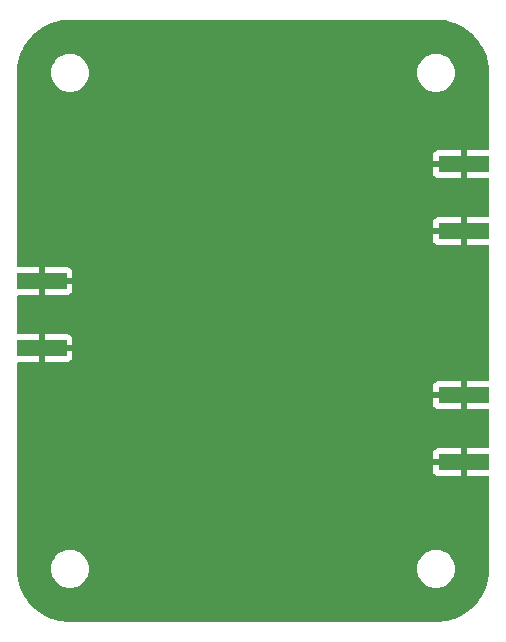
<source format=gbr>
G04 #@! TF.GenerationSoftware,KiCad,Pcbnew,(6.0.4)*
G04 #@! TF.CreationDate,2022-07-08T01:04:45-04:00*
G04 #@! TF.ProjectId,power_divider,706f7765-725f-4646-9976-696465722e6b,Version 2*
G04 #@! TF.SameCoordinates,Original*
G04 #@! TF.FileFunction,Copper,L4,Bot*
G04 #@! TF.FilePolarity,Positive*
%FSLAX46Y46*%
G04 Gerber Fmt 4.6, Leading zero omitted, Abs format (unit mm)*
G04 Created by KiCad (PCBNEW (6.0.4)) date 2022-07-08 01:04:45*
%MOMM*%
%LPD*%
G01*
G04 APERTURE LIST*
G04 #@! TA.AperFunction,SMDPad,CuDef*
%ADD10R,4.200000X1.350000*%
G04 #@! TD*
G04 #@! TA.AperFunction,ViaPad*
%ADD11C,0.800000*%
G04 #@! TD*
G04 APERTURE END LIST*
D10*
G04 #@! TO.P,J3,2,Ext*
G04 #@! TO.N,GND*
X153325500Y-89947000D03*
X153325500Y-84297000D03*
G04 #@! TD*
G04 #@! TO.P,J1,2,Ext*
G04 #@! TO.N,GND*
X117602000Y-80295000D03*
X117602000Y-74645000D03*
G04 #@! TD*
G04 #@! TO.P,J2,2,Ext*
G04 #@! TO.N,GND*
X153325500Y-64739000D03*
X153325500Y-70389000D03*
G04 #@! TD*
D11*
G04 #@! TO.N,GND*
X135992859Y-65997532D03*
X128990392Y-70999294D03*
X128988982Y-87988982D03*
X149985698Y-83991097D03*
X149999999Y-91993829D03*
X145994601Y-81995548D03*
X132715000Y-79121000D03*
X147999294Y-91993829D03*
X120991318Y-81986866D03*
X137994359Y-75993124D03*
X137993564Y-63996827D03*
X145994601Y-77981247D03*
X129990744Y-63996827D03*
X149998589Y-73999294D03*
X149997795Y-63996827D03*
X130991097Y-70999294D03*
X116984751Y-81986866D03*
X141984661Y-64007140D03*
X126999999Y-72999999D03*
X129000000Y-86000000D03*
X133985588Y-87988982D03*
X131991449Y-65997532D03*
X129990744Y-67998237D03*
X120991318Y-79991318D03*
X137993564Y-65997532D03*
X137994359Y-73999294D03*
X133992154Y-65997532D03*
X145997179Y-71998589D03*
X140000000Y-70000000D03*
X153993124Y-73999294D03*
X126999999Y-68998589D03*
X130999999Y-87988982D03*
X143995679Y-61996122D03*
X150000000Y-90000000D03*
X154000000Y-80000000D03*
X135993654Y-73999294D03*
X126993433Y-81986866D03*
X144000000Y-70000000D03*
X147990150Y-79999999D03*
X149998589Y-71998589D03*
X143999053Y-77981247D03*
X137995769Y-89993124D03*
X118995769Y-85993433D03*
X124997884Y-83997884D03*
X153976795Y-77981247D03*
X133994359Y-89993124D03*
X153999205Y-61996122D03*
X141980300Y-81995548D03*
X133994359Y-91993829D03*
X151981247Y-79999999D03*
X139996474Y-91993829D03*
X151993829Y-91993829D03*
X146000000Y-70000000D03*
X135993654Y-79999999D03*
X143999053Y-83991097D03*
X142009520Y-73999294D03*
X153993124Y-75993124D03*
X143996474Y-75993124D03*
X124999294Y-70999294D03*
X149998589Y-75993124D03*
X124997884Y-79991318D03*
X128990392Y-68998589D03*
X118997179Y-70999294D03*
X141980300Y-83991097D03*
X149985698Y-81995548D03*
X116984751Y-85993433D03*
X149985698Y-77981247D03*
X118995769Y-83997884D03*
X132715000Y-75819000D03*
X136000000Y-78000000D03*
X145994601Y-83991097D03*
X143999053Y-81995548D03*
X139984751Y-81995548D03*
X147990150Y-77981247D03*
X122986866Y-81986866D03*
X128988982Y-83997884D03*
X120991318Y-83997884D03*
X130999999Y-83997884D03*
X147997884Y-71998589D03*
X122986866Y-85993433D03*
X143995679Y-63996827D03*
X116984751Y-83997884D03*
X139984751Y-77981247D03*
X149997795Y-61996122D03*
X126993433Y-79991318D03*
X131991449Y-63996827D03*
X139984751Y-83991097D03*
X120997884Y-70999294D03*
X145996384Y-61996122D03*
X120997884Y-68998589D03*
X131064000Y-77470000D03*
X137995769Y-91993829D03*
X143996474Y-73999294D03*
X147997884Y-75993124D03*
X139995064Y-73999294D03*
X142000000Y-70000000D03*
X141995769Y-75993124D03*
X136000000Y-76000000D03*
X136986645Y-87988982D03*
X137989203Y-79999999D03*
X141980300Y-79999999D03*
X151981247Y-77981247D03*
X145997179Y-75993124D03*
X135995064Y-91993829D03*
X118997179Y-68998589D03*
X145997179Y-73999294D03*
X118995769Y-81986866D03*
X130996739Y-91993829D03*
X151999294Y-73999294D03*
X141995769Y-71998589D03*
X139984751Y-79999999D03*
X122998589Y-68998589D03*
X122986866Y-83997884D03*
X153994534Y-91993829D03*
X139995064Y-71998589D03*
X147990150Y-81995548D03*
X139994269Y-63996827D03*
X139996474Y-89993124D03*
X139995064Y-75993124D03*
X143999053Y-79999999D03*
X147997884Y-73999294D03*
X129002909Y-89986249D03*
X124997884Y-85993433D03*
X145994601Y-79999999D03*
X122998589Y-70999294D03*
X124999294Y-72999999D03*
X126999999Y-70999294D03*
X135000000Y-82000000D03*
X124997884Y-81986866D03*
X126993433Y-85993433D03*
X137989203Y-83991097D03*
X135992859Y-63996827D03*
X141997179Y-91993829D03*
X130996739Y-89993124D03*
X133992154Y-63996827D03*
X138000000Y-78000000D03*
X120991318Y-85993433D03*
X135995064Y-89993124D03*
X129990744Y-65997532D03*
X141980300Y-77981247D03*
X143996474Y-71998589D03*
X149998589Y-69997884D03*
X116996474Y-70999294D03*
X124999294Y-68998589D03*
X151999294Y-75993124D03*
X116996474Y-68998589D03*
X149985698Y-79999999D03*
X143997884Y-91993829D03*
X143997884Y-89993124D03*
X151998500Y-61996122D03*
X147997090Y-61996122D03*
X126993433Y-83997884D03*
X145998589Y-91993829D03*
G04 #@! TD*
G04 #@! TA.AperFunction,Conductor*
G04 #@! TO.N,GND*
G36*
X151002747Y-52500620D02*
G01*
X151194211Y-52508980D01*
X151194424Y-52508989D01*
X151392780Y-52518159D01*
X151403406Y-52519103D01*
X151600936Y-52545108D01*
X151601846Y-52545231D01*
X151793539Y-52571971D01*
X151803396Y-52573749D01*
X151998804Y-52617070D01*
X152000380Y-52617430D01*
X152066709Y-52633030D01*
X152187815Y-52661514D01*
X152196827Y-52663991D01*
X152388135Y-52724310D01*
X152390243Y-52724996D01*
X152451557Y-52745546D01*
X152572400Y-52786049D01*
X152580576Y-52789108D01*
X152766106Y-52865957D01*
X152768782Y-52867102D01*
X152944261Y-52944583D01*
X152951547Y-52948084D01*
X153129766Y-53040859D01*
X153132874Y-53042532D01*
X153300403Y-53135845D01*
X153306746Y-53139629D01*
X153476259Y-53247620D01*
X153479766Y-53249937D01*
X153637873Y-53358242D01*
X153637874Y-53358243D01*
X153643371Y-53362231D01*
X153802833Y-53484591D01*
X153806624Y-53487617D01*
X153954046Y-53610035D01*
X153958675Y-53614074D01*
X154106871Y-53749870D01*
X154110842Y-53753672D01*
X154246328Y-53889158D01*
X154250130Y-53893129D01*
X154385926Y-54041325D01*
X154389965Y-54045954D01*
X154512383Y-54193376D01*
X154515409Y-54197167D01*
X154637769Y-54356629D01*
X154641757Y-54362126D01*
X154750063Y-54520234D01*
X154752380Y-54523741D01*
X154860365Y-54693243D01*
X154864155Y-54699597D01*
X154957468Y-54867126D01*
X154959141Y-54870234D01*
X155051916Y-55048453D01*
X155055417Y-55055739D01*
X155132898Y-55231218D01*
X155134043Y-55233894D01*
X155210892Y-55419424D01*
X155213951Y-55427600D01*
X155274975Y-55609668D01*
X155274997Y-55609735D01*
X155275690Y-55611865D01*
X155336008Y-55803171D01*
X155338486Y-55812185D01*
X155350666Y-55863972D01*
X155382570Y-55999620D01*
X155382930Y-56001196D01*
X155426251Y-56196604D01*
X155428030Y-56206467D01*
X155454762Y-56398102D01*
X155454892Y-56399064D01*
X155480897Y-56596594D01*
X155481841Y-56607221D01*
X155491009Y-56805522D01*
X155491023Y-56805845D01*
X155499380Y-56997253D01*
X155499500Y-57002749D01*
X155499500Y-63430000D01*
X155479498Y-63498121D01*
X155425842Y-63544614D01*
X155373500Y-63556000D01*
X153597615Y-63556000D01*
X153582376Y-63560475D01*
X153581171Y-63561865D01*
X153579500Y-63569548D01*
X153579500Y-65903884D01*
X153583975Y-65919123D01*
X153585365Y-65920328D01*
X153593048Y-65921999D01*
X155373500Y-65921999D01*
X155441621Y-65942001D01*
X155488114Y-65995657D01*
X155499500Y-66047999D01*
X155499499Y-69080000D01*
X155479497Y-69148121D01*
X155425841Y-69194614D01*
X155373499Y-69206000D01*
X153597615Y-69206000D01*
X153582376Y-69210475D01*
X153581171Y-69211865D01*
X153579500Y-69219548D01*
X153579500Y-71553884D01*
X153583975Y-71569123D01*
X153585365Y-71570328D01*
X153593048Y-71571999D01*
X155373499Y-71571999D01*
X155441620Y-71592001D01*
X155488113Y-71645657D01*
X155499499Y-71697999D01*
X155499499Y-82988000D01*
X155479497Y-83056121D01*
X155425841Y-83102614D01*
X155373499Y-83114000D01*
X153597615Y-83114000D01*
X153582376Y-83118475D01*
X153581171Y-83119865D01*
X153579500Y-83127548D01*
X153579500Y-85461884D01*
X153583975Y-85477123D01*
X153585365Y-85478328D01*
X153593048Y-85479999D01*
X155373499Y-85479999D01*
X155441620Y-85500001D01*
X155488113Y-85553657D01*
X155499499Y-85605999D01*
X155499498Y-88638000D01*
X155479496Y-88706121D01*
X155425840Y-88752614D01*
X155373498Y-88764000D01*
X153597615Y-88764000D01*
X153582376Y-88768475D01*
X153581171Y-88769865D01*
X153579500Y-88777548D01*
X153579500Y-91111884D01*
X153583975Y-91127123D01*
X153585365Y-91128328D01*
X153593048Y-91129999D01*
X155373498Y-91129999D01*
X155441619Y-91150001D01*
X155488112Y-91203657D01*
X155499498Y-91255999D01*
X155499498Y-98997297D01*
X155499378Y-99002793D01*
X155491023Y-99194155D01*
X155491009Y-99194478D01*
X155481841Y-99392779D01*
X155480897Y-99403406D01*
X155454892Y-99600936D01*
X155454762Y-99601898D01*
X155428030Y-99793533D01*
X155426251Y-99803397D01*
X155382917Y-99998861D01*
X155382557Y-100000436D01*
X155338493Y-100187787D01*
X155336009Y-100196827D01*
X155275677Y-100388177D01*
X155275676Y-100388179D01*
X155274987Y-100390298D01*
X155213958Y-100572385D01*
X155210902Y-100580554D01*
X155205975Y-100592449D01*
X155134030Y-100766139D01*
X155132892Y-100768799D01*
X155055414Y-100944268D01*
X155051928Y-100951524D01*
X155003993Y-101043607D01*
X154959142Y-101129764D01*
X154957456Y-101132895D01*
X154864176Y-101300366D01*
X154860368Y-101306751D01*
X154752339Y-101476324D01*
X154750048Y-101479789D01*
X154641758Y-101637872D01*
X154637801Y-101643328D01*
X154515363Y-101802893D01*
X154512392Y-101806615D01*
X154389982Y-101954028D01*
X154389980Y-101954030D01*
X154385941Y-101958659D01*
X154250108Y-102106895D01*
X154246306Y-102110866D01*
X154110866Y-102246306D01*
X154106895Y-102250108D01*
X153958659Y-102385941D01*
X153954033Y-102389977D01*
X153806615Y-102512392D01*
X153802893Y-102515363D01*
X153643328Y-102637801D01*
X153637872Y-102641758D01*
X153479789Y-102750048D01*
X153476324Y-102752339D01*
X153324495Y-102849064D01*
X153306753Y-102860367D01*
X153300366Y-102864176D01*
X153132895Y-102957456D01*
X153129764Y-102959142D01*
X153043607Y-103003993D01*
X152951524Y-103051928D01*
X152944268Y-103055414D01*
X152768815Y-103132885D01*
X152766155Y-103134023D01*
X152580554Y-103210902D01*
X152572390Y-103213956D01*
X152390298Y-103274987D01*
X152388215Y-103275664D01*
X152288246Y-103307185D01*
X152196829Y-103336008D01*
X152187787Y-103338493D01*
X152000436Y-103382557D01*
X151998861Y-103382917D01*
X151836251Y-103418967D01*
X151803394Y-103426252D01*
X151793539Y-103428029D01*
X151601846Y-103454769D01*
X151600936Y-103454892D01*
X151403406Y-103480897D01*
X151392780Y-103481841D01*
X151194424Y-103491011D01*
X151194211Y-103491020D01*
X151002793Y-103499378D01*
X151002747Y-103499380D01*
X150997251Y-103499500D01*
X120002751Y-103499498D01*
X119997255Y-103499378D01*
X119805791Y-103491018D01*
X119805578Y-103491009D01*
X119607222Y-103481839D01*
X119596596Y-103480895D01*
X119399066Y-103454890D01*
X119398156Y-103454767D01*
X119206463Y-103428027D01*
X119196608Y-103426250D01*
X119163751Y-103418965D01*
X119001141Y-103382915D01*
X118999566Y-103382555D01*
X118812215Y-103338491D01*
X118803173Y-103336006D01*
X118711756Y-103307183D01*
X118611787Y-103275662D01*
X118609704Y-103274985D01*
X118427612Y-103213954D01*
X118419446Y-103210899D01*
X118233847Y-103134021D01*
X118231187Y-103132883D01*
X118055734Y-103055412D01*
X118048478Y-103051926D01*
X117956395Y-103003991D01*
X117870238Y-102959140D01*
X117867107Y-102957454D01*
X117699636Y-102864174D01*
X117693249Y-102860365D01*
X117675507Y-102849062D01*
X117523678Y-102752337D01*
X117520213Y-102750046D01*
X117362130Y-102641756D01*
X117356674Y-102637799D01*
X117197109Y-102515361D01*
X117193372Y-102512377D01*
X117045969Y-102389975D01*
X117041343Y-102385939D01*
X116893107Y-102250106D01*
X116889136Y-102246304D01*
X116753696Y-102110864D01*
X116749894Y-102106893D01*
X116614061Y-101958657D01*
X116610022Y-101954028D01*
X116487627Y-101806633D01*
X116487610Y-101806613D01*
X116484639Y-101802891D01*
X116362201Y-101643326D01*
X116358244Y-101637870D01*
X116249954Y-101479787D01*
X116247663Y-101476322D01*
X116139635Y-101306751D01*
X116135826Y-101300364D01*
X116042546Y-101132893D01*
X116040860Y-101129762D01*
X115996009Y-101043605D01*
X115948074Y-100951522D01*
X115944581Y-100944252D01*
X115867110Y-100768797D01*
X115865972Y-100766137D01*
X115789100Y-100580552D01*
X115786044Y-100572383D01*
X115772214Y-100531120D01*
X115725015Y-100390296D01*
X115724326Y-100388177D01*
X115663994Y-100196827D01*
X115661509Y-100187785D01*
X115617445Y-100000434D01*
X115617085Y-99998859D01*
X115581035Y-99836249D01*
X115573750Y-99803392D01*
X115571973Y-99793537D01*
X115545233Y-99601844D01*
X115545110Y-99600934D01*
X115519105Y-99403404D01*
X115518161Y-99392777D01*
X115508993Y-99194476D01*
X115508979Y-99194153D01*
X115500622Y-99002745D01*
X115500562Y-99000000D01*
X118388094Y-99000000D01*
X118407939Y-99252158D01*
X118409093Y-99256965D01*
X118409094Y-99256971D01*
X118441699Y-99392777D01*
X118466986Y-99498106D01*
X118468879Y-99502677D01*
X118468880Y-99502679D01*
X118509956Y-99601844D01*
X118563781Y-99731790D01*
X118695941Y-99947455D01*
X118860210Y-100139790D01*
X119052545Y-100304059D01*
X119268210Y-100436219D01*
X119272780Y-100438112D01*
X119272784Y-100438114D01*
X119488188Y-100527337D01*
X119501894Y-100533014D01*
X119587655Y-100553604D01*
X119743029Y-100590906D01*
X119743035Y-100590907D01*
X119747842Y-100592061D01*
X120000000Y-100611906D01*
X120252158Y-100592061D01*
X120256965Y-100590907D01*
X120256971Y-100590906D01*
X120412345Y-100553604D01*
X120498106Y-100533014D01*
X120511812Y-100527337D01*
X120727216Y-100438114D01*
X120727220Y-100438112D01*
X120731790Y-100436219D01*
X120947455Y-100304059D01*
X121139790Y-100139790D01*
X121304059Y-99947455D01*
X121436219Y-99731790D01*
X121490045Y-99601844D01*
X121531120Y-99502679D01*
X121531121Y-99502677D01*
X121533014Y-99498106D01*
X121558301Y-99392777D01*
X121590906Y-99256971D01*
X121590907Y-99256965D01*
X121592061Y-99252158D01*
X121611906Y-99000000D01*
X149388094Y-99000000D01*
X149407939Y-99252158D01*
X149409093Y-99256965D01*
X149409094Y-99256971D01*
X149441699Y-99392777D01*
X149466986Y-99498106D01*
X149468879Y-99502677D01*
X149468880Y-99502679D01*
X149509956Y-99601844D01*
X149563781Y-99731790D01*
X149695941Y-99947455D01*
X149860210Y-100139790D01*
X150052545Y-100304059D01*
X150268210Y-100436219D01*
X150272780Y-100438112D01*
X150272784Y-100438114D01*
X150488188Y-100527337D01*
X150501894Y-100533014D01*
X150587655Y-100553604D01*
X150743029Y-100590906D01*
X150743035Y-100590907D01*
X150747842Y-100592061D01*
X151000000Y-100611906D01*
X151252158Y-100592061D01*
X151256965Y-100590907D01*
X151256971Y-100590906D01*
X151412345Y-100553604D01*
X151498106Y-100533014D01*
X151511812Y-100527337D01*
X151727216Y-100438114D01*
X151727220Y-100438112D01*
X151731790Y-100436219D01*
X151947455Y-100304059D01*
X152139790Y-100139790D01*
X152304059Y-99947455D01*
X152436219Y-99731790D01*
X152490045Y-99601844D01*
X152531120Y-99502679D01*
X152531121Y-99502677D01*
X152533014Y-99498106D01*
X152558301Y-99392777D01*
X152590906Y-99256971D01*
X152590907Y-99256965D01*
X152592061Y-99252158D01*
X152611906Y-99000000D01*
X152592061Y-98747842D01*
X152590907Y-98743035D01*
X152590906Y-98743029D01*
X152534169Y-98506706D01*
X152533014Y-98501894D01*
X152436219Y-98268210D01*
X152304059Y-98052545D01*
X152139790Y-97860210D01*
X151947455Y-97695941D01*
X151731790Y-97563781D01*
X151727220Y-97561888D01*
X151727216Y-97561886D01*
X151502679Y-97468880D01*
X151502677Y-97468879D01*
X151498106Y-97466986D01*
X151412345Y-97446396D01*
X151256971Y-97409094D01*
X151256965Y-97409093D01*
X151252158Y-97407939D01*
X151000000Y-97388094D01*
X150747842Y-97407939D01*
X150743035Y-97409093D01*
X150743029Y-97409094D01*
X150587655Y-97446396D01*
X150501894Y-97466986D01*
X150497323Y-97468879D01*
X150497321Y-97468880D01*
X150272784Y-97561886D01*
X150272780Y-97561888D01*
X150268210Y-97563781D01*
X150052545Y-97695941D01*
X149860210Y-97860210D01*
X149695941Y-98052545D01*
X149563781Y-98268210D01*
X149466986Y-98501894D01*
X149465831Y-98506706D01*
X149409094Y-98743029D01*
X149409093Y-98743035D01*
X149407939Y-98747842D01*
X149388094Y-99000000D01*
X121611906Y-99000000D01*
X121592061Y-98747842D01*
X121590907Y-98743035D01*
X121590906Y-98743029D01*
X121534169Y-98506706D01*
X121533014Y-98501894D01*
X121436219Y-98268210D01*
X121304059Y-98052545D01*
X121139790Y-97860210D01*
X120947455Y-97695941D01*
X120731790Y-97563781D01*
X120727220Y-97561888D01*
X120727216Y-97561886D01*
X120502679Y-97468880D01*
X120502677Y-97468879D01*
X120498106Y-97466986D01*
X120412345Y-97446396D01*
X120256971Y-97409094D01*
X120256965Y-97409093D01*
X120252158Y-97407939D01*
X120000000Y-97388094D01*
X119747842Y-97407939D01*
X119743035Y-97409093D01*
X119743029Y-97409094D01*
X119587655Y-97446396D01*
X119501894Y-97466986D01*
X119497323Y-97468879D01*
X119497321Y-97468880D01*
X119272784Y-97561886D01*
X119272780Y-97561888D01*
X119268210Y-97563781D01*
X119052545Y-97695941D01*
X118860210Y-97860210D01*
X118695941Y-98052545D01*
X118563781Y-98268210D01*
X118466986Y-98501894D01*
X118465831Y-98506706D01*
X118409094Y-98743029D01*
X118409093Y-98743035D01*
X118407939Y-98747842D01*
X118388094Y-99000000D01*
X115500562Y-99000000D01*
X115500502Y-98997249D01*
X115500502Y-90666669D01*
X150717501Y-90666669D01*
X150717871Y-90673490D01*
X150723395Y-90724352D01*
X150727021Y-90739604D01*
X150772176Y-90860054D01*
X150780714Y-90875649D01*
X150857215Y-90977724D01*
X150869776Y-90990285D01*
X150971851Y-91066786D01*
X150987446Y-91075324D01*
X151107894Y-91120478D01*
X151123149Y-91124105D01*
X151174014Y-91129631D01*
X151180828Y-91130000D01*
X153053385Y-91130000D01*
X153068624Y-91125525D01*
X153069829Y-91124135D01*
X153071500Y-91116452D01*
X153071500Y-90219115D01*
X153067025Y-90203876D01*
X153065635Y-90202671D01*
X153057952Y-90201000D01*
X150735616Y-90201000D01*
X150720377Y-90205475D01*
X150719172Y-90206865D01*
X150717501Y-90214548D01*
X150717501Y-90666669D01*
X115500502Y-90666669D01*
X115500502Y-89674885D01*
X150717500Y-89674885D01*
X150721975Y-89690124D01*
X150723365Y-89691329D01*
X150731048Y-89693000D01*
X153053385Y-89693000D01*
X153068624Y-89688525D01*
X153069829Y-89687135D01*
X153071500Y-89679452D01*
X153071500Y-88782116D01*
X153067025Y-88766877D01*
X153065635Y-88765672D01*
X153057952Y-88764001D01*
X151180831Y-88764001D01*
X151174010Y-88764371D01*
X151123148Y-88769895D01*
X151107896Y-88773521D01*
X150987446Y-88818676D01*
X150971851Y-88827214D01*
X150869776Y-88903715D01*
X150857215Y-88916276D01*
X150780714Y-89018351D01*
X150772176Y-89033946D01*
X150727022Y-89154394D01*
X150723395Y-89169649D01*
X150717869Y-89220514D01*
X150717500Y-89227328D01*
X150717500Y-89674885D01*
X115500502Y-89674885D01*
X115500501Y-85016669D01*
X150717501Y-85016669D01*
X150717871Y-85023490D01*
X150723395Y-85074352D01*
X150727021Y-85089604D01*
X150772176Y-85210054D01*
X150780714Y-85225649D01*
X150857215Y-85327724D01*
X150869776Y-85340285D01*
X150971851Y-85416786D01*
X150987446Y-85425324D01*
X151107894Y-85470478D01*
X151123149Y-85474105D01*
X151174014Y-85479631D01*
X151180828Y-85480000D01*
X153053385Y-85480000D01*
X153068624Y-85475525D01*
X153069829Y-85474135D01*
X153071500Y-85466452D01*
X153071500Y-84569115D01*
X153067025Y-84553876D01*
X153065635Y-84552671D01*
X153057952Y-84551000D01*
X150735616Y-84551000D01*
X150720377Y-84555475D01*
X150719172Y-84556865D01*
X150717501Y-84564548D01*
X150717501Y-85016669D01*
X115500501Y-85016669D01*
X115500501Y-84024885D01*
X150717500Y-84024885D01*
X150721975Y-84040124D01*
X150723365Y-84041329D01*
X150731048Y-84043000D01*
X153053385Y-84043000D01*
X153068624Y-84038525D01*
X153069829Y-84037135D01*
X153071500Y-84029452D01*
X153071500Y-83132116D01*
X153067025Y-83116877D01*
X153065635Y-83115672D01*
X153057952Y-83114001D01*
X151180831Y-83114001D01*
X151174010Y-83114371D01*
X151123148Y-83119895D01*
X151107896Y-83123521D01*
X150987446Y-83168676D01*
X150971851Y-83177214D01*
X150869776Y-83253715D01*
X150857215Y-83266276D01*
X150780714Y-83368351D01*
X150772176Y-83383946D01*
X150727022Y-83504394D01*
X150723395Y-83519649D01*
X150717869Y-83570514D01*
X150717500Y-83577328D01*
X150717500Y-84024885D01*
X115500501Y-84024885D01*
X115500501Y-81603999D01*
X115520503Y-81535879D01*
X115574159Y-81489386D01*
X115626501Y-81478000D01*
X117329885Y-81478000D01*
X117345124Y-81473525D01*
X117346329Y-81472135D01*
X117348000Y-81464452D01*
X117348000Y-81459884D01*
X117856000Y-81459884D01*
X117860475Y-81475123D01*
X117861865Y-81476328D01*
X117869548Y-81477999D01*
X119746669Y-81477999D01*
X119753490Y-81477629D01*
X119804352Y-81472105D01*
X119819604Y-81468479D01*
X119940054Y-81423324D01*
X119955649Y-81414786D01*
X120057724Y-81338285D01*
X120070285Y-81325724D01*
X120146786Y-81223649D01*
X120155324Y-81208054D01*
X120200478Y-81087606D01*
X120204105Y-81072351D01*
X120209631Y-81021486D01*
X120210000Y-81014672D01*
X120210000Y-80567115D01*
X120205525Y-80551876D01*
X120204135Y-80550671D01*
X120196452Y-80549000D01*
X117874115Y-80549000D01*
X117858876Y-80553475D01*
X117857671Y-80554865D01*
X117856000Y-80562548D01*
X117856000Y-81459884D01*
X117348000Y-81459884D01*
X117348000Y-80022885D01*
X117856000Y-80022885D01*
X117860475Y-80038124D01*
X117861865Y-80039329D01*
X117869548Y-80041000D01*
X120191884Y-80041000D01*
X120207123Y-80036525D01*
X120208328Y-80035135D01*
X120209999Y-80027452D01*
X120209999Y-79575331D01*
X120209629Y-79568510D01*
X120204105Y-79517648D01*
X120200479Y-79502396D01*
X120155324Y-79381946D01*
X120146786Y-79366351D01*
X120070285Y-79264276D01*
X120057724Y-79251715D01*
X119955649Y-79175214D01*
X119940054Y-79166676D01*
X119819606Y-79121522D01*
X119804351Y-79117895D01*
X119753486Y-79112369D01*
X119746672Y-79112000D01*
X117874115Y-79112000D01*
X117858876Y-79116475D01*
X117857671Y-79117865D01*
X117856000Y-79125548D01*
X117856000Y-80022885D01*
X117348000Y-80022885D01*
X117348000Y-79130116D01*
X117343525Y-79114877D01*
X117342135Y-79113672D01*
X117334452Y-79112001D01*
X115626501Y-79112001D01*
X115558380Y-79091999D01*
X115511887Y-79038343D01*
X115500501Y-78986001D01*
X115500501Y-75954000D01*
X115520503Y-75885879D01*
X115574159Y-75839386D01*
X115626501Y-75828000D01*
X117329885Y-75828000D01*
X117345124Y-75823525D01*
X117346329Y-75822135D01*
X117348000Y-75814452D01*
X117348000Y-75809884D01*
X117856000Y-75809884D01*
X117860475Y-75825123D01*
X117861865Y-75826328D01*
X117869548Y-75827999D01*
X119746669Y-75827999D01*
X119753490Y-75827629D01*
X119804352Y-75822105D01*
X119819604Y-75818479D01*
X119940054Y-75773324D01*
X119955649Y-75764786D01*
X120057724Y-75688285D01*
X120070285Y-75675724D01*
X120146786Y-75573649D01*
X120155324Y-75558054D01*
X120200478Y-75437606D01*
X120204105Y-75422351D01*
X120209631Y-75371486D01*
X120210000Y-75364672D01*
X120210000Y-74917115D01*
X120205525Y-74901876D01*
X120204135Y-74900671D01*
X120196452Y-74899000D01*
X117874115Y-74899000D01*
X117858876Y-74903475D01*
X117857671Y-74904865D01*
X117856000Y-74912548D01*
X117856000Y-75809884D01*
X117348000Y-75809884D01*
X117348000Y-74372885D01*
X117856000Y-74372885D01*
X117860475Y-74388124D01*
X117861865Y-74389329D01*
X117869548Y-74391000D01*
X120191884Y-74391000D01*
X120207123Y-74386525D01*
X120208328Y-74385135D01*
X120209999Y-74377452D01*
X120209999Y-73925331D01*
X120209629Y-73918510D01*
X120204105Y-73867648D01*
X120200479Y-73852396D01*
X120155324Y-73731946D01*
X120146786Y-73716351D01*
X120070285Y-73614276D01*
X120057724Y-73601715D01*
X119955649Y-73525214D01*
X119940054Y-73516676D01*
X119819606Y-73471522D01*
X119804351Y-73467895D01*
X119753486Y-73462369D01*
X119746672Y-73462000D01*
X117874115Y-73462000D01*
X117858876Y-73466475D01*
X117857671Y-73467865D01*
X117856000Y-73475548D01*
X117856000Y-74372885D01*
X117348000Y-74372885D01*
X117348000Y-73480116D01*
X117343525Y-73464877D01*
X117342135Y-73463672D01*
X117334452Y-73462001D01*
X115626501Y-73462001D01*
X115558380Y-73441999D01*
X115511887Y-73388343D01*
X115500501Y-73336001D01*
X115500501Y-71108669D01*
X150717501Y-71108669D01*
X150717871Y-71115490D01*
X150723395Y-71166352D01*
X150727021Y-71181604D01*
X150772176Y-71302054D01*
X150780714Y-71317649D01*
X150857215Y-71419724D01*
X150869776Y-71432285D01*
X150971851Y-71508786D01*
X150987446Y-71517324D01*
X151107894Y-71562478D01*
X151123149Y-71566105D01*
X151174014Y-71571631D01*
X151180828Y-71572000D01*
X153053385Y-71572000D01*
X153068624Y-71567525D01*
X153069829Y-71566135D01*
X153071500Y-71558452D01*
X153071500Y-70661115D01*
X153067025Y-70645876D01*
X153065635Y-70644671D01*
X153057952Y-70643000D01*
X150735616Y-70643000D01*
X150720377Y-70647475D01*
X150719172Y-70648865D01*
X150717501Y-70656548D01*
X150717501Y-71108669D01*
X115500501Y-71108669D01*
X115500501Y-70116885D01*
X150717500Y-70116885D01*
X150721975Y-70132124D01*
X150723365Y-70133329D01*
X150731048Y-70135000D01*
X153053385Y-70135000D01*
X153068624Y-70130525D01*
X153069829Y-70129135D01*
X153071500Y-70121452D01*
X153071500Y-69224116D01*
X153067025Y-69208877D01*
X153065635Y-69207672D01*
X153057952Y-69206001D01*
X151180831Y-69206001D01*
X151174010Y-69206371D01*
X151123148Y-69211895D01*
X151107896Y-69215521D01*
X150987446Y-69260676D01*
X150971851Y-69269214D01*
X150869776Y-69345715D01*
X150857215Y-69358276D01*
X150780714Y-69460351D01*
X150772176Y-69475946D01*
X150727022Y-69596394D01*
X150723395Y-69611649D01*
X150717869Y-69662514D01*
X150717500Y-69669328D01*
X150717500Y-70116885D01*
X115500501Y-70116885D01*
X115500500Y-65458669D01*
X150717501Y-65458669D01*
X150717871Y-65465490D01*
X150723395Y-65516352D01*
X150727021Y-65531604D01*
X150772176Y-65652054D01*
X150780714Y-65667649D01*
X150857215Y-65769724D01*
X150869776Y-65782285D01*
X150971851Y-65858786D01*
X150987446Y-65867324D01*
X151107894Y-65912478D01*
X151123149Y-65916105D01*
X151174014Y-65921631D01*
X151180828Y-65922000D01*
X153053385Y-65922000D01*
X153068624Y-65917525D01*
X153069829Y-65916135D01*
X153071500Y-65908452D01*
X153071500Y-65011115D01*
X153067025Y-64995876D01*
X153065635Y-64994671D01*
X153057952Y-64993000D01*
X150735616Y-64993000D01*
X150720377Y-64997475D01*
X150719172Y-64998865D01*
X150717501Y-65006548D01*
X150717501Y-65458669D01*
X115500500Y-65458669D01*
X115500500Y-64466885D01*
X150717500Y-64466885D01*
X150721975Y-64482124D01*
X150723365Y-64483329D01*
X150731048Y-64485000D01*
X153053385Y-64485000D01*
X153068624Y-64480525D01*
X153069829Y-64479135D01*
X153071500Y-64471452D01*
X153071500Y-63574116D01*
X153067025Y-63558877D01*
X153065635Y-63557672D01*
X153057952Y-63556001D01*
X151180831Y-63556001D01*
X151174010Y-63556371D01*
X151123148Y-63561895D01*
X151107896Y-63565521D01*
X150987446Y-63610676D01*
X150971851Y-63619214D01*
X150869776Y-63695715D01*
X150857215Y-63708276D01*
X150780714Y-63810351D01*
X150772176Y-63825946D01*
X150727022Y-63946394D01*
X150723395Y-63961649D01*
X150717869Y-64012514D01*
X150717500Y-64019328D01*
X150717500Y-64466885D01*
X115500500Y-64466885D01*
X115500500Y-57002749D01*
X115500560Y-57000000D01*
X118388094Y-57000000D01*
X118407939Y-57252158D01*
X118409093Y-57256965D01*
X118409094Y-57256971D01*
X118446396Y-57412345D01*
X118466986Y-57498106D01*
X118563781Y-57731790D01*
X118695941Y-57947455D01*
X118860210Y-58139790D01*
X119052545Y-58304059D01*
X119268210Y-58436219D01*
X119272780Y-58438112D01*
X119272784Y-58438114D01*
X119488188Y-58527337D01*
X119501894Y-58533014D01*
X119587655Y-58553604D01*
X119743029Y-58590906D01*
X119743035Y-58590907D01*
X119747842Y-58592061D01*
X120000000Y-58611906D01*
X120252158Y-58592061D01*
X120256965Y-58590907D01*
X120256971Y-58590906D01*
X120412345Y-58553604D01*
X120498106Y-58533014D01*
X120511812Y-58527337D01*
X120727216Y-58438114D01*
X120727220Y-58438112D01*
X120731790Y-58436219D01*
X120947455Y-58304059D01*
X121139790Y-58139790D01*
X121304059Y-57947455D01*
X121436219Y-57731790D01*
X121533014Y-57498106D01*
X121553604Y-57412345D01*
X121590906Y-57256971D01*
X121590907Y-57256965D01*
X121592061Y-57252158D01*
X121611906Y-57000000D01*
X149388094Y-57000000D01*
X149407939Y-57252158D01*
X149409093Y-57256965D01*
X149409094Y-57256971D01*
X149446396Y-57412345D01*
X149466986Y-57498106D01*
X149563781Y-57731790D01*
X149695941Y-57947455D01*
X149860210Y-58139790D01*
X150052545Y-58304059D01*
X150268210Y-58436219D01*
X150272780Y-58438112D01*
X150272784Y-58438114D01*
X150488188Y-58527337D01*
X150501894Y-58533014D01*
X150587655Y-58553604D01*
X150743029Y-58590906D01*
X150743035Y-58590907D01*
X150747842Y-58592061D01*
X151000000Y-58611906D01*
X151252158Y-58592061D01*
X151256965Y-58590907D01*
X151256971Y-58590906D01*
X151412345Y-58553604D01*
X151498106Y-58533014D01*
X151511812Y-58527337D01*
X151727216Y-58438114D01*
X151727220Y-58438112D01*
X151731790Y-58436219D01*
X151947455Y-58304059D01*
X152139790Y-58139790D01*
X152304059Y-57947455D01*
X152436219Y-57731790D01*
X152533014Y-57498106D01*
X152553604Y-57412345D01*
X152590906Y-57256971D01*
X152590907Y-57256965D01*
X152592061Y-57252158D01*
X152611906Y-57000000D01*
X152592061Y-56747842D01*
X152590907Y-56743035D01*
X152590906Y-56743029D01*
X152534169Y-56506706D01*
X152533014Y-56501894D01*
X152531120Y-56497321D01*
X152438114Y-56272784D01*
X152438112Y-56272780D01*
X152436219Y-56268210D01*
X152304059Y-56052545D01*
X152139790Y-55860210D01*
X151947455Y-55695941D01*
X151731790Y-55563781D01*
X151727220Y-55561888D01*
X151727216Y-55561886D01*
X151502679Y-55468880D01*
X151502677Y-55468879D01*
X151498106Y-55466986D01*
X151412345Y-55446396D01*
X151256971Y-55409094D01*
X151256965Y-55409093D01*
X151252158Y-55407939D01*
X151000000Y-55388094D01*
X150747842Y-55407939D01*
X150743035Y-55409093D01*
X150743029Y-55409094D01*
X150587655Y-55446396D01*
X150501894Y-55466986D01*
X150497323Y-55468879D01*
X150497321Y-55468880D01*
X150272784Y-55561886D01*
X150272780Y-55561888D01*
X150268210Y-55563781D01*
X150052545Y-55695941D01*
X149860210Y-55860210D01*
X149695941Y-56052545D01*
X149563781Y-56268210D01*
X149561888Y-56272780D01*
X149561886Y-56272784D01*
X149468880Y-56497321D01*
X149466986Y-56501894D01*
X149465831Y-56506706D01*
X149409094Y-56743029D01*
X149409093Y-56743035D01*
X149407939Y-56747842D01*
X149388094Y-57000000D01*
X121611906Y-57000000D01*
X121592061Y-56747842D01*
X121590907Y-56743035D01*
X121590906Y-56743029D01*
X121534169Y-56506706D01*
X121533014Y-56501894D01*
X121531120Y-56497321D01*
X121438114Y-56272784D01*
X121438112Y-56272780D01*
X121436219Y-56268210D01*
X121304059Y-56052545D01*
X121139790Y-55860210D01*
X120947455Y-55695941D01*
X120731790Y-55563781D01*
X120727220Y-55561888D01*
X120727216Y-55561886D01*
X120502679Y-55468880D01*
X120502677Y-55468879D01*
X120498106Y-55466986D01*
X120412345Y-55446396D01*
X120256971Y-55409094D01*
X120256965Y-55409093D01*
X120252158Y-55407939D01*
X120000000Y-55388094D01*
X119747842Y-55407939D01*
X119743035Y-55409093D01*
X119743029Y-55409094D01*
X119587655Y-55446396D01*
X119501894Y-55466986D01*
X119497323Y-55468879D01*
X119497321Y-55468880D01*
X119272784Y-55561886D01*
X119272780Y-55561888D01*
X119268210Y-55563781D01*
X119052545Y-55695941D01*
X118860210Y-55860210D01*
X118695941Y-56052545D01*
X118563781Y-56268210D01*
X118561888Y-56272780D01*
X118561886Y-56272784D01*
X118468880Y-56497321D01*
X118466986Y-56501894D01*
X118465831Y-56506706D01*
X118409094Y-56743029D01*
X118409093Y-56743035D01*
X118407939Y-56747842D01*
X118388094Y-57000000D01*
X115500560Y-57000000D01*
X115500620Y-56997253D01*
X115508977Y-56805845D01*
X115508991Y-56805522D01*
X115518159Y-56607221D01*
X115519103Y-56596594D01*
X115545108Y-56399064D01*
X115545238Y-56398102D01*
X115571970Y-56206467D01*
X115573749Y-56196603D01*
X115617083Y-56001139D01*
X115617443Y-55999564D01*
X115661507Y-55812213D01*
X115663992Y-55803171D01*
X115724324Y-55611821D01*
X115725024Y-55609668D01*
X115772212Y-55468880D01*
X115786044Y-55427610D01*
X115789101Y-55419439D01*
X115791423Y-55413835D01*
X115865977Y-55233845D01*
X115867115Y-55231185D01*
X115944586Y-55055732D01*
X115948072Y-55048476D01*
X115996007Y-54956393D01*
X116040858Y-54870236D01*
X116042544Y-54867105D01*
X116135824Y-54699634D01*
X116139633Y-54693247D01*
X116150936Y-54675505D01*
X116247661Y-54523676D01*
X116249952Y-54520211D01*
X116358242Y-54362128D01*
X116362199Y-54356672D01*
X116484637Y-54197107D01*
X116487616Y-54193376D01*
X116610023Y-54045967D01*
X116614059Y-54041341D01*
X116749892Y-53893105D01*
X116753694Y-53889134D01*
X116889134Y-53753694D01*
X116893105Y-53749892D01*
X117041341Y-53614059D01*
X117045970Y-53610020D01*
X117193385Y-53487608D01*
X117197107Y-53484637D01*
X117356672Y-53362199D01*
X117362128Y-53358242D01*
X117520211Y-53249952D01*
X117523676Y-53247661D01*
X117693247Y-53139633D01*
X117699634Y-53135824D01*
X117867105Y-53042544D01*
X117870236Y-53040858D01*
X117956393Y-52996007D01*
X118048476Y-52948072D01*
X118055738Y-52944583D01*
X118231215Y-52867102D01*
X118233845Y-52865977D01*
X118419446Y-52789098D01*
X118427610Y-52786044D01*
X118609702Y-52725013D01*
X118611785Y-52724336D01*
X118711754Y-52692815D01*
X118803171Y-52663992D01*
X118812213Y-52661507D01*
X118999564Y-52617443D01*
X119001139Y-52617083D01*
X119163749Y-52581033D01*
X119196606Y-52573748D01*
X119206461Y-52571971D01*
X119398154Y-52545231D01*
X119399064Y-52545108D01*
X119596594Y-52519103D01*
X119607220Y-52518159D01*
X119805576Y-52508989D01*
X119805789Y-52508980D01*
X119997253Y-52500620D01*
X120002749Y-52500500D01*
X150997251Y-52500500D01*
X151002747Y-52500620D01*
G37*
G04 #@! TD.AperFunction*
G04 #@! TD*
M02*

</source>
